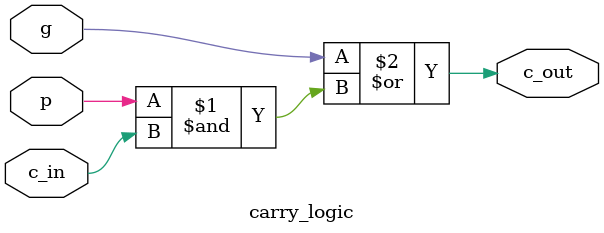
<source format=v>
module carry_logic (
    input wire p,         // in propagate signal
    input wire g,         // in generate signal
    input wire c_in,      // in carry-in
    
    output wire c_out     // out carry-out
);
    assign c_out = g | (p & c_in);
endmodule
</source>
